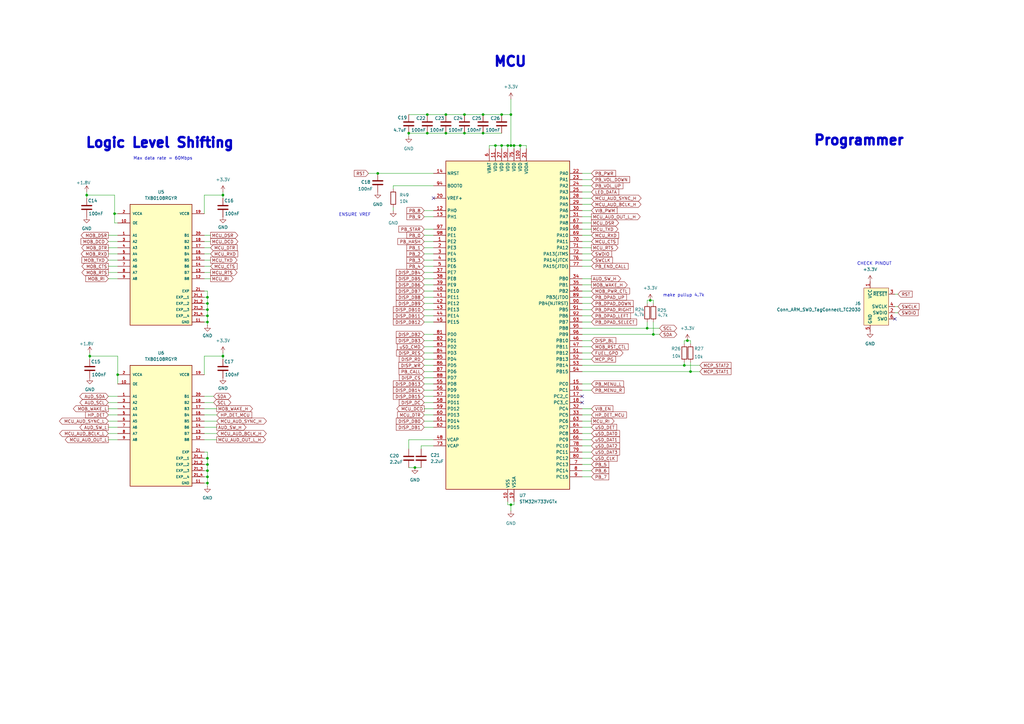
<source format=kicad_sch>
(kicad_sch (version 20250114) (generator "eeschema") (generator_version "9.0")
  (paper "A3")
  (title_block (title "Power System") (company "The University of Queensland"))
  (text "Max data rate = 60Mbps" (at 66.802 65.024 0) (effects (font (size 1.27 1.27))))
  (text "Programmer" (at 352.298 57.658 0) (effects (font (size 4 4) (thickness 1) (bold yes))))
  (text "MCU" (at 209.296 25.4 0) (effects (font (size 4 4) (thickness 1) (bold yes))))
  (text "CHECK PINOUT\n" (at 358.648 108.204 0) (effects (font (size 1.27 1.27))))
  (text "make pullup 4.7k\n" (at 280.416 121.158 0) (effects (font (size 1.27 1.27))))
  (text "Logic Level Shifting\n" (at 65.532 58.674 0) (effects (font (size 4 4) (thickness 1) (bold yes))))
  (text "ENSURE VREF\n" (at 145.542 88.138 0) (effects (font (size 1.27 1.27))))
  (junction (at 85.09 127))
  (junction (at 167.64 54.61))
  (junction (at 91.44 146.05))
  (junction (at 266.7 123.19))
  (junction (at 190.5 54.61))
  (junction (at 280.67 149.86))
  (junction (at 210.82 59.69))
  (junction (at 267.97 137.16))
  (junction (at 85.09 190.5))
  (junction (at 170.18 191.77))
  (junction (at 198.12 54.61))
  (junction (at 190.5 46.99))
  (junction (at 85.09 195.58))
  (junction (at 85.09 129.54))
  (junction (at 85.09 187.96))
  (junction (at 85.09 132.08))
  (junction (at 154.94 71.12))
  (junction (at 203.2 59.69))
  (junction (at 48.26 153.67))
  (junction (at 182.88 46.99))
  (junction (at 46.99 87.63))
  (junction (at 85.09 124.46))
  (junction (at 182.88 54.61))
  (junction (at 85.09 193.04))
  (junction (at 35.56 80.01))
  (junction (at 209.55 207.01))
  (junction (at 175.26 46.99))
  (junction (at 283.21 152.4))
  (junction (at 175.26 54.61))
  (junction (at 198.12 46.99))
  (junction (at 205.74 46.99))
  (junction (at 265.43 134.62))
  (junction (at 91.44 80.01))
  (junction (at 208.28 59.69))
  (junction (at 205.74 59.69))
  (junction (at 209.55 59.69))
  (junction (at 85.09 121.92))
  (junction (at 36.83 146.05))
  (junction (at 85.09 198.12))
  (junction (at 209.55 46.99))
  (junction (at 281.94 139.7))
  (junction (at 213.36 59.69))
  (no_connect (at 177.8 81.28))
  (no_connect (at 238.76 162.56))
  (no_connect (at 238.76 165.1))
  (no_connect (at 367.03 130.81))
  (wire (pts (xy 238.76 137.16) (xy 267.97 137.16)))
  (wire (pts (xy 83.82 185.42) (xy 85.09 185.42)))
  (wire (pts (xy 173.99 152.4) (xy 177.8 152.4)))
  (wire (pts (xy 173.99 139.7) (xy 177.8 139.7)))
  (wire (pts (xy 208.28 207.01) (xy 208.28 205.74)))
  (wire (pts (xy 83.82 121.92) (xy 85.09 121.92)))
  (wire (pts (xy 210.82 59.69) (xy 209.55 59.69)))
  (wire (pts (xy 44.45 106.68) (xy 48.26 106.68)))
  (wire (pts (xy 83.82 175.26) (xy 88.9 175.26)))
  (wire (pts (xy 213.36 59.69) (xy 210.82 59.69)))
  (wire (pts (xy 173.99 104.14) (xy 177.8 104.14)))
  (wire (pts (xy 173.99 106.68) (xy 177.8 106.68)))
  (wire (pts (xy 242.57 175.26) (xy 238.76 175.26)))
  (wire (pts (xy 44.45 162.56) (xy 48.26 162.56)))
  (wire (pts (xy 83.82 187.96) (xy 85.09 187.96)))
  (wire (pts (xy 83.82 101.6) (xy 86.36 101.6)))
  (wire (pts (xy 173.99 88.9) (xy 177.8 88.9)))
  (wire (pts (xy 238.76 152.4) (xy 283.21 152.4)))
  (wire (pts (xy 242.57 132.08) (xy 238.76 132.08)))
  (wire (pts (xy 83.82 177.8) (xy 88.9 177.8)))
  (wire (pts (xy 85.09 198.12) (xy 83.82 198.12)))
  (wire (pts (xy 242.57 185.42) (xy 238.76 185.42)))
  (wire (pts (xy 173.99 149.86) (xy 177.8 149.86)))
  (wire (pts (xy 238.76 99.06) (xy 242.57 99.06)))
  (wire (pts (xy 242.57 160.02) (xy 238.76 160.02)))
  (wire (pts (xy 173.99 119.38) (xy 177.8 119.38)))
  (wire (pts (xy 238.76 106.68) (xy 242.57 106.68)))
  (wire (pts (xy 267.97 124.46) (xy 267.97 123.19)))
  (wire (pts (xy 44.45 170.18) (xy 48.26 170.18)))
  (wire (pts (xy 242.57 167.64) (xy 238.76 167.64)))
  (wire (pts (xy 242.57 182.88) (xy 238.76 182.88)))
  (wire (pts (xy 173.99 101.6) (xy 177.8 101.6)))
  (wire (pts (xy 242.57 86.36) (xy 238.76 86.36)))
  (wire (pts (xy 44.45 111.76) (xy 48.26 111.76)))
  (wire (pts (xy 83.82 111.76) (xy 86.36 111.76)))
  (wire (pts (xy 83.82 104.14) (xy 86.36 104.14)))
  (wire (pts (xy 265.43 132.08) (xy 265.43 134.62)))
  (wire (pts (xy 83.82 80.01) (xy 91.44 80.01)))
  (wire (pts (xy 173.99 114.3) (xy 177.8 114.3)))
  (wire (pts (xy 238.76 96.52) (xy 242.57 96.52)))
  (wire (pts (xy 213.36 60.96) (xy 213.36 59.69)))
  (wire (pts (xy 242.57 91.44) (xy 238.76 91.44)))
  (wire (pts (xy 242.57 78.74) (xy 238.76 78.74)))
  (wire (pts (xy 173.99 99.06) (xy 177.8 99.06)))
  (wire (pts (xy 173.99 172.72) (xy 177.8 172.72)))
  (wire (pts (xy 173.99 175.26) (xy 177.8 175.26)))
  (wire (pts (xy 198.12 46.99) (xy 205.74 46.99)))
  (wire (pts (xy 190.5 54.61) (xy 198.12 54.61)))
  (wire (pts (xy 190.5 46.99) (xy 198.12 46.99)))
  (wire (pts (xy 215.9 59.69) (xy 213.36 59.69)))
  (wire (pts (xy 242.57 190.5) (xy 238.76 190.5)))
  (wire (pts (xy 173.99 109.22) (xy 177.8 109.22)))
  (wire (pts (xy 200.66 60.96) (xy 200.66 59.69)))
  (wire (pts (xy 173.99 142.24) (xy 177.8 142.24)))
  (wire (pts (xy 85.09 195.58) (xy 85.09 198.12)))
  (wire (pts (xy 83.82 195.58) (xy 85.09 195.58)))
  (wire (pts (xy 83.82 165.1) (xy 87.63 165.1)))
  (wire (pts (xy 83.82 99.06) (xy 86.36 99.06)))
  (wire (pts (xy 35.56 78.74) (xy 35.56 80.01)))
  (wire (pts (xy 44.45 180.34) (xy 48.26 180.34)))
  (wire (pts (xy 83.82 80.01) (xy 83.82 87.63)))
  (wire (pts (xy 44.45 172.72) (xy 48.26 172.72)))
  (wire (pts (xy 209.55 207.01) (xy 210.82 207.01)))
  (wire (pts (xy 85.09 133.35) (xy 85.09 132.08)))
  (wire (pts (xy 173.99 165.1) (xy 177.8 165.1)))
  (wire (pts (xy 154.94 71.12) (xy 177.8 71.12)))
  (wire (pts (xy 238.76 101.6) (xy 242.57 101.6)))
  (wire (pts (xy 161.29 76.2) (xy 177.8 76.2)))
  (wire (pts (xy 242.57 76.2) (xy 238.76 76.2)))
  (wire (pts (xy 173.99 167.64) (xy 177.8 167.64)))
  (wire (pts (xy 83.82 132.08) (xy 85.09 132.08)))
  (wire (pts (xy 242.57 73.66) (xy 238.76 73.66)))
  (wire (pts (xy 44.45 96.52) (xy 48.26 96.52)))
  (wire (pts (xy 242.57 83.82) (xy 238.76 83.82)))
  (wire (pts (xy 83.82 127) (xy 85.09 127)))
  (wire (pts (xy 167.64 46.99) (xy 175.26 46.99)))
  (wire (pts (xy 85.09 187.96) (xy 85.09 190.5)))
  (wire (pts (xy 203.2 60.96) (xy 203.2 59.69)))
  (wire (pts (xy 209.55 207.01) (xy 209.55 209.55)))
  (wire (pts (xy 173.99 116.84) (xy 177.8 116.84)))
  (wire (pts (xy 44.45 114.3) (xy 48.26 114.3)))
  (wire (pts (xy 83.82 162.56) (xy 87.63 162.56)))
  (wire (pts (xy 242.57 139.7) (xy 238.76 139.7)))
  (wire (pts (xy 44.45 165.1) (xy 48.26 165.1)))
  (wire (pts (xy 173.99 121.92) (xy 177.8 121.92)))
  (wire (pts (xy 83.82 167.64) (xy 88.9 167.64)))
  (wire (pts (xy 44.45 175.26) (xy 48.26 175.26)))
  (wire (pts (xy 265.43 123.19) (xy 266.7 123.19)))
  (wire (pts (xy 208.28 60.96) (xy 208.28 59.69)))
  (wire (pts (xy 200.66 59.69) (xy 203.2 59.69)))
  (wire (pts (xy 238.76 134.62) (xy 265.43 134.62)))
  (wire (pts (xy 173.99 96.52) (xy 177.8 96.52)))
  (wire (pts (xy 242.57 114.3) (xy 238.76 114.3)))
  (wire (pts (xy 238.76 93.98) (xy 242.57 93.98)))
  (wire (pts (xy 167.64 54.61) (xy 175.26 54.61)))
  (wire (pts (xy 280.67 148.59) (xy 280.67 149.86)))
  (wire (pts (xy 36.83 144.78) (xy 36.83 146.05)))
  (wire (pts (xy 85.09 121.92) (xy 85.09 119.38)))
  (wire (pts (xy 209.55 40.64) (xy 209.55 46.99)))
  (wire (pts (xy 36.83 146.05) (xy 48.26 146.05)))
  (wire (pts (xy 242.57 193.04) (xy 238.76 193.04)))
  (wire (pts (xy 173.99 93.98) (xy 177.8 93.98)))
  (wire (pts (xy 182.88 54.61) (xy 190.5 54.61)))
  (wire (pts (xy 242.57 81.28) (xy 238.76 81.28)))
  (wire (pts (xy 198.12 54.61) (xy 205.74 54.61)))
  (wire (pts (xy 173.99 160.02) (xy 177.8 160.02)))
  (wire (pts (xy 242.57 177.8) (xy 238.76 177.8)))
  (wire (pts (xy 205.74 59.69) (xy 205.74 60.96)))
  (wire (pts (xy 85.09 119.38) (xy 83.82 119.38)))
  (wire (pts (xy 242.57 116.84) (xy 238.76 116.84)))
  (wire (pts (xy 173.99 162.56) (xy 177.8 162.56)))
  (wire (pts (xy 368.3 120.65) (xy 367.03 120.65)))
  (wire (pts (xy 172.72 184.15) (xy 172.72 182.88)))
  (wire (pts (xy 209.55 46.99) (xy 209.55 59.69)))
  (wire (pts (xy 83.82 96.52) (xy 86.36 96.52)))
  (wire (pts (xy 283.21 152.4) (xy 287.02 152.4)))
  (wire (pts (xy 173.99 132.08) (xy 177.8 132.08)))
  (wire (pts (xy 173.99 144.78) (xy 177.8 144.78)))
  (wire (pts (xy 173.99 111.76) (xy 177.8 111.76)))
  (wire (pts (xy 182.88 46.99) (xy 190.5 46.99)))
  (wire (pts (xy 280.67 139.7) (xy 281.94 139.7)))
  (wire (pts (xy 242.57 180.34) (xy 238.76 180.34)))
  (wire (pts (xy 85.09 190.5) (xy 85.09 193.04)))
  (wire (pts (xy 44.45 99.06) (xy 48.26 99.06)))
  (wire (pts (xy 172.72 182.88) (xy 177.8 182.88)))
  (wire (pts (xy 242.57 109.22) (xy 238.76 109.22)))
  (wire (pts (xy 242.57 121.92) (xy 238.76 121.92)))
  (wire (pts (xy 208.28 59.69) (xy 205.74 59.69)))
  (wire (pts (xy 83.82 106.68) (xy 86.36 106.68)))
  (wire (pts (xy 238.76 149.86) (xy 280.67 149.86)))
  (wire (pts (xy 48.26 146.05) (xy 48.26 153.67)))
  (wire (pts (xy 173.99 127) (xy 177.8 127)))
  (wire (pts (xy 35.56 80.01) (xy 35.56 81.28)))
  (wire (pts (xy 44.45 101.6) (xy 48.26 101.6)))
  (wire (pts (xy 83.82 180.34) (xy 88.9 180.34)))
  (wire (pts (xy 242.57 172.72) (xy 238.76 172.72)))
  (wire (pts (xy 267.97 132.08) (xy 267.97 137.16)))
  (wire (pts (xy 203.2 59.69) (xy 205.74 59.69)))
  (wire (pts (xy 83.82 170.18) (xy 88.9 170.18)))
  (wire (pts (xy 83.82 172.72) (xy 88.9 172.72)))
  (wire (pts (xy 83.82 190.5) (xy 85.09 190.5)))
  (wire (pts (xy 267.97 123.19) (xy 266.7 123.19)))
  (wire (pts (xy 36.83 146.05) (xy 36.83 147.32)))
  (wire (pts (xy 215.9 60.96) (xy 215.9 59.69)))
  (wire (pts (xy 46.99 87.63) (xy 46.99 91.44)))
  (wire (pts (xy 151.13 71.12) (xy 154.94 71.12)))
  (wire (pts (xy 91.44 144.78) (xy 91.44 146.05)))
  (wire (pts (xy 167.64 55.88) (xy 167.64 54.61)))
  (wire (pts (xy 177.8 180.34) (xy 167.64 180.34)))
  (wire (pts (xy 210.82 207.01) (xy 210.82 205.74)))
  (wire (pts (xy 242.57 142.24) (xy 238.76 142.24)))
  (wire (pts (xy 44.45 167.64) (xy 48.26 167.64)))
  (wire (pts (xy 91.44 80.01) (xy 91.44 81.28)))
  (wire (pts (xy 83.82 124.46) (xy 85.09 124.46)))
  (wire (pts (xy 85.09 129.54) (xy 85.09 127)))
  (wire (pts (xy 44.45 104.14) (xy 48.26 104.14)))
  (wire (pts (xy 85.09 199.39) (xy 85.09 198.12)))
  (wire (pts (xy 208.28 207.01) (xy 209.55 207.01)))
  (wire (pts (xy 367.03 128.27) (xy 368.3 128.27)))
  (wire (pts (xy 161.29 86.36) (xy 161.29 85.09)))
  (wire (pts (xy 83.82 146.05) (xy 83.82 153.67)))
  (wire (pts (xy 85.09 127) (xy 85.09 124.46)))
  (wire (pts (xy 48.26 91.44) (xy 46.99 91.44)))
  (wire (pts (xy 173.99 147.32) (xy 177.8 147.32)))
  (wire (pts (xy 210.82 60.96) (xy 210.82 59.69)))
  (wire (pts (xy 242.57 187.96) (xy 238.76 187.96)))
  (wire (pts (xy 83.82 193.04) (xy 85.09 193.04)))
  (wire (pts (xy 283.21 148.59) (xy 283.21 152.4)))
  (wire (pts (xy 283.21 139.7) (xy 281.94 139.7)))
  (wire (pts (xy 242.57 170.18) (xy 238.76 170.18)))
  (wire (pts (xy 170.18 191.77) (xy 167.64 191.77)))
  (wire (pts (xy 48.26 153.67) (xy 48.26 157.48)))
  (wire (pts (xy 242.57 129.54) (xy 238.76 129.54)))
  (wire (pts (xy 242.57 71.12) (xy 238.76 71.12)))
  (wire (pts (xy 205.74 46.99) (xy 209.55 46.99)))
  (wire (pts (xy 91.44 146.05) (xy 91.44 147.32)))
  (wire (pts (xy 283.21 140.97) (xy 283.21 139.7)))
  (wire (pts (xy 242.57 124.46) (xy 238.76 124.46)))
  (wire (pts (xy 83.82 114.3) (xy 86.36 114.3)))
  (wire (pts (xy 367.03 125.73) (xy 368.3 125.73)))
  (wire (pts (xy 238.76 104.14) (xy 242.57 104.14)))
  (wire (pts (xy 83.82 109.22) (xy 86.36 109.22)))
  (wire (pts (xy 173.99 154.94) (xy 177.8 154.94)))
  (wire (pts (xy 280.67 140.97) (xy 280.67 139.7)))
  (wire (pts (xy 265.43 124.46) (xy 265.43 123.19)))
  (wire (pts (xy 83.82 146.05) (xy 91.44 146.05)))
  (wire (pts (xy 242.57 119.38) (xy 238.76 119.38)))
  (wire (pts (xy 85.09 124.46) (xy 85.09 121.92)))
  (wire (pts (xy 265.43 134.62) (xy 270.51 134.62)))
  (wire (pts (xy 44.45 177.8) (xy 48.26 177.8)))
  (wire (pts (xy 44.45 109.22) (xy 48.26 109.22)))
  (wire (pts (xy 175.26 54.61) (xy 182.88 54.61)))
  (wire (pts (xy 173.99 129.54) (xy 177.8 129.54)))
  (wire (pts (xy 35.56 80.01) (xy 46.99 80.01)))
  (wire (pts (xy 242.57 144.78) (xy 238.76 144.78)))
  (wire (pts (xy 209.55 59.69) (xy 208.28 59.69)))
  (wire (pts (xy 242.57 127) (xy 238.76 127)))
  (wire (pts (xy 167.64 180.34) (xy 167.64 184.15)))
  (wire (pts (xy 170.18 191.77) (xy 172.72 191.77)))
  (wire (pts (xy 267.97 137.16) (xy 270.51 137.16)))
  (wire (pts (xy 46.99 87.63) (xy 48.26 87.63)))
  (wire (pts (xy 173.99 124.46) (xy 177.8 124.46)))
  (wire (pts (xy 85.09 185.42) (xy 85.09 187.96)))
  (wire (pts (xy 173.99 137.16) (xy 177.8 137.16)))
  (wire (pts (xy 173.99 157.48) (xy 177.8 157.48)))
  (wire (pts (xy 242.57 195.58) (xy 238.76 195.58)))
  (wire (pts (xy 242.57 88.9) (xy 238.76 88.9)))
  (wire (pts (xy 85.09 193.04) (xy 85.09 195.58)))
  (wire (pts (xy 287.02 149.86) (xy 280.67 149.86)))
  (wire (pts (xy 85.09 132.08) (xy 85.09 129.54)))
  (wire (pts (xy 91.44 78.74) (xy 91.44 80.01)))
  (wire (pts (xy 175.26 46.99) (xy 182.88 46.99)))
  (wire (pts (xy 161.29 77.47) (xy 161.29 76.2)))
  (wire (pts (xy 46.99 80.01) (xy 46.99 87.63)))
  (wire (pts (xy 242.57 157.48) (xy 238.76 157.48)))
  (wire (pts (xy 242.57 147.32) (xy 238.76 147.32)))
  (wire (pts (xy 173.99 170.18) (xy 177.8 170.18)))
  (wire (pts (xy 83.82 129.54) (xy 85.09 129.54)))
  (wire (pts (xy 173.99 86.36) (xy 177.8 86.36)))
  (global_label "RST" (shape input) (at 368.3 120.65 0) (property "Intersheetrefs" "${INTERSHEET_REFS}" (effects (hide yes))))
  (global_label "PB_8" (shape input) (at 173.99 86.36 180) (property "Intersheetrefs" "${INTERSHEET_REFS}" (effects (hide yes))))
  (global_label "PB_DPAD_SELECT" (shape input) (at 242.57 132.08 0) (property "Intersheetrefs" "${INTERSHEET_REFS}" (effects (hide yes))))
  (global_label "PB_VOL_DOWN" (shape input) (at 242.57 73.66 0) (property "Intersheetrefs" "${INTERSHEET_REFS}" (effects (hide yes))))
  (global_label "DISP_RD" (shape input) (at 173.99 147.32 180) (property "Intersheetrefs" "${INTERSHEET_REFS}" (effects (hide yes))))
  (global_label "uSD_CMD" (shape input) (at 173.99 142.24 180) (property "Intersheetrefs" "${INTERSHEET_REFS}" (effects (hide yes))))
  (global_label "DISP_DB4" (shape input) (at 173.99 111.76 180) (property "Intersheetrefs" "${INTERSHEET_REFS}" (effects (hide yes))))
  (global_label "DISP_DB13" (shape input) (at 173.99 157.48 180) (property "Intersheetrefs" "${INTERSHEET_REFS}" (effects (hide yes))))
  (global_label "HP_DET_MCU" (shape input) (at 88.9 170.18 0) (property "Intersheetrefs" "${INTERSHEET_REFS}" (effects (hide yes))))
  (global_label "SWDIO" (shape input) (at 368.3 128.27 0) (property "Intersheetrefs" "${INTERSHEET_REFS}" (effects (hide yes))))
  (global_label "DISP_DB9" (shape input) (at 173.99 124.46 180) (property "Intersheetrefs" "${INTERSHEET_REFS}" (effects (hide yes))))
  (global_label "MCU_CTS" (shape input) (at 86.36 109.22 0) (property "Intersheetrefs" "${INTERSHEET_REFS}" (effects (hide yes))))
  (global_label "MOB_RI" (shape input) (at 44.45 114.3 180) (property "Intersheetrefs" "${INTERSHEET_REFS}" (effects (hide yes))))
  (global_label "HP_DET" (shape input) (at 44.45 170.18 180) (property "Intersheetrefs" "${INTERSHEET_REFS}" (effects (hide yes))))
  (global_label "PB_VOL_UP" (shape input) (at 242.57 76.2 0) (property "Intersheetrefs" "${INTERSHEET_REFS}" (effects (hide yes))))
  (global_label "MCP_STAT2" (shape input) (at 287.02 149.86 0) (property "Intersheetrefs" "${INTERSHEET_REFS}" (effects (hide yes))))
  (global_label "PB_PWR" (shape input) (at 242.57 71.12 0) (property "Intersheetrefs" "${INTERSHEET_REFS}" (effects (hide yes))))
  (global_label "MCU_RI" (shape output) (at 242.57 172.72 0) (property "Intersheetrefs" "${INTERSHEET_REFS}" (effects (hide yes))))
  (global_label "SWDIO" (shape input) (at 242.57 104.14 0) (property "Intersheetrefs" "${INTERSHEET_REFS}" (effects (hide yes))))
  (global_label "MOB_TXD" (shape input) (at 44.45 106.68 180) (property "Intersheetrefs" "${INTERSHEET_REFS}" (effects (hide yes))))
  (global_label "PB_5" (shape input) (at 242.57 190.5 0) (property "Intersheetrefs" "${INTERSHEET_REFS}" (effects (hide yes))))
  (global_label "MCU_AUD_OUT_L_H" (shape output) (at 88.9 180.34 0) (property "Intersheetrefs" "${INTERSHEET_REFS}" (effects (hide yes))))
  (global_label "LED_DATA" (shape input) (at 242.57 78.74 0) (property "Intersheetrefs" "${INTERSHEET_REFS}" (effects (hide yes))))
  (global_label "MOB_RST_CTL" (shape input) (at 242.57 142.24 0) (property "Intersheetrefs" "${INTERSHEET_REFS}" (effects (hide yes))))
  (global_label "DISP_BL" (shape input) (at 242.57 139.7 0) (property "Intersheetrefs" "${INTERSHEET_REFS}" (effects (hide yes))))
  (global_label "PB_DPAD_RIGHT" (shape input) (at 242.57 127 0) (property "Intersheetrefs" "${INTERSHEET_REFS}" (effects (hide yes))))
  (global_label "DISP_DB15" (shape input) (at 173.99 162.56 180) (property "Intersheetrefs" "${INTERSHEET_REFS}" (effects (hide yes))))
  (global_label "SCL" (shape bidirectional) (at 87.63 165.1 0) (property "Intersheetrefs" "${INTERSHEET_REFS}" (effects (hide yes))))
  (global_label "MOB_RTS" (shape output) (at 44.45 111.76 180) (property "Intersheetrefs" "${INTERSHEET_REFS}" (effects (hide yes))))
  (global_label "MCU_AUD_SYNC_H" (shape bidirectional) (at 88.9 172.72 0) (property "Intersheetrefs" "${INTERSHEET_REFS}" (effects (hide yes))))
  (global_label "DISP_DB6" (shape input) (at 173.99 116.84 180) (property "Intersheetrefs" "${INTERSHEET_REFS}" (effects (hide yes))))
  (global_label "PB_DPAD_DOWN" (shape input) (at 242.57 124.46 0) (property "Intersheetrefs" "${INTERSHEET_REFS}" (effects (hide yes))))
  (global_label "MCU_AUD_BCLK_H" (shape bidirectional) (at 88.9 177.8 0) (property "Intersheetrefs" "${INTERSHEET_REFS}" (effects (hide yes))))
  (global_label "RST" (shape input) (at 151.13 71.12 180) (property "Intersheetrefs" "${INTERSHEET_REFS}" (effects (hide yes))))
  (global_label "PB_1" (shape input) (at 173.99 101.6 180) (property "Intersheetrefs" "${INTERSHEET_REFS}" (effects (hide yes))))
  (global_label "MCU_RI" (shape output) (at 86.36 114.3 0) (property "Intersheetrefs" "${INTERSHEET_REFS}" (effects (hide yes))))
  (global_label "PB_3" (shape input) (at 173.99 106.68 180) (property "Intersheetrefs" "${INTERSHEET_REFS}" (effects (hide yes))))
  (global_label "uSD_DAT3" (shape input) (at 242.57 185.42 0) (property "Intersheetrefs" "${INTERSHEET_REFS}" (effects (hide yes))))
  (global_label "DISP_DB3" (shape input) (at 173.99 139.7 180) (property "Intersheetrefs" "${INTERSHEET_REFS}" (effects (hide yes))))
  (global_label "MOB_DTR" (shape output) (at 44.45 101.6 180) (property "Intersheetrefs" "${INTERSHEET_REFS}" (effects (hide yes))))
  (global_label "PB_DPAD_UP" (shape input) (at 242.57 121.92 0) (property "Intersheetrefs" "${INTERSHEET_REFS}" (effects (hide yes))))
  (global_label "DISP_DC" (shape input) (at 173.99 165.1 180) (property "Intersheetrefs" "${INTERSHEET_REFS}" (effects (hide yes))))
  (global_label "MCU_DSR" (shape output) (at 242.57 91.44 0) (property "Intersheetrefs" "${INTERSHEET_REFS}" (effects (hide yes))))
  (global_label "PB_END_CALL" (shape input) (at 242.57 109.22 0) (property "Intersheetrefs" "${INTERSHEET_REFS}" (effects (hide yes))))
  (global_label "AUD_SW_L" (shape output) (at 44.45 175.26 180) (property "Intersheetrefs" "${INTERSHEET_REFS}" (effects (hide yes))))
  (global_label "MCU_CTS" (shape input) (at 242.57 99.06 0) (property "Intersheetrefs" "${INTERSHEET_REFS}" (effects (hide yes))))
  (global_label "MOB_DCD" (shape input) (at 44.45 99.06 180) (property "Intersheetrefs" "${INTERSHEET_REFS}" (effects (hide yes))))
  (global_label "MCU_RTS" (shape output) (at 86.36 111.76 0) (property "Intersheetrefs" "${INTERSHEET_REFS}" (effects (hide yes))))
  (global_label "MCU_DTR" (shape input) (at 173.99 170.18 180) (property "Intersheetrefs" "${INTERSHEET_REFS}" (effects (hide yes))))
  (global_label "DISP_DB2" (shape input) (at 173.99 137.16 180) (property "Intersheetrefs" "${INTERSHEET_REFS}" (effects (hide yes))))
  (global_label "SWCLK" (shape input) (at 368.3 125.73 0) (property "Intersheetrefs" "${INTERSHEET_REFS}" (effects (hide yes))))
  (global_label "MCU_RXD" (shape input) (at 86.36 104.14 0) (property "Intersheetrefs" "${INTERSHEET_REFS}" (effects (hide yes))))
  (global_label "MOB_RXD" (shape output) (at 44.45 104.14 180) (property "Intersheetrefs" "${INTERSHEET_REFS}" (effects (hide yes))))
  (global_label "PB_2" (shape input) (at 173.99 104.14 180) (property "Intersheetrefs" "${INTERSHEET_REFS}" (effects (hide yes))))
  (global_label "MCU_RXD" (shape input) (at 242.57 96.52 0) (property "Intersheetrefs" "${INTERSHEET_REFS}" (effects (hide yes))))
  (global_label "MCU_DCD" (shape output) (at 173.99 167.64 180) (property "Intersheetrefs" "${INTERSHEET_REFS}" (effects (hide yes))))
  (global_label "PB_4" (shape input) (at 173.99 109.22 180) (property "Intersheetrefs" "${INTERSHEET_REFS}" (effects (hide yes))))
  (global_label "uSD_CLK" (shape input) (at 242.57 187.96 0) (property "Intersheetrefs" "${INTERSHEET_REFS}" (effects (hide yes))))
  (global_label "SCL" (shape bidirectional) (at 270.51 134.62 0) (property "Intersheetrefs" "${INTERSHEET_REFS}" (effects (hide yes))))
  (global_label "uSD_DET" (shape input) (at 242.57 175.26 0) (property "Intersheetrefs" "${INTERSHEET_REFS}" (effects (hide yes))))
  (global_label "PB_MENU_R" (shape input) (at 242.57 160.02 0) (property "Intersheetrefs" "${INTERSHEET_REFS}" (effects (hide yes))))
  (global_label "MCU_DCD" (shape output) (at 86.36 99.06 0) (property "Intersheetrefs" "${INTERSHEET_REFS}" (effects (hide yes))))
  (global_label "MOB_WAKE_L" (shape output) (at 44.45 167.64 180) (property "Intersheetrefs" "${INTERSHEET_REFS}" (effects (hide yes))))
  (global_label "SDA" (shape bidirectional) (at 87.63 162.56 0) (property "Intersheetrefs" "${INTERSHEET_REFS}" (effects (hide yes))))
  (global_label "FUEL_GPO" (shape bidirectional) (at 242.57 144.78 0) (property "Intersheetrefs" "${INTERSHEET_REFS}" (effects (hide yes))))
  (global_label "MCU_DSR" (shape output) (at 86.36 96.52 0) (property "Intersheetrefs" "${INTERSHEET_REFS}" (effects (hide yes))))
  (global_label "HP_DET_MCU" (shape input) (at 242.57 170.18 0) (property "Intersheetrefs" "${INTERSHEET_REFS}" (effects (hide yes))))
  (global_label "DISP_DB5" (shape input) (at 173.99 114.3 180) (property "Intersheetrefs" "${INTERSHEET_REFS}" (effects (hide yes))))
  (global_label "SWCLK" (shape input) (at 242.57 106.68 0) (property "Intersheetrefs" "${INTERSHEET_REFS}" (effects (hide yes))))
  (global_label "DISP_DB0" (shape input) (at 173.99 172.72 180) (property "Intersheetrefs" "${INTERSHEET_REFS}" (effects (hide yes))))
  (global_label "DISP_RES" (shape input) (at 173.99 144.78 180) (property "Intersheetrefs" "${INTERSHEET_REFS}" (effects (hide yes))))
  (global_label "uSD_DAT1" (shape input) (at 242.57 180.34 0) (property "Intersheetrefs" "${INTERSHEET_REFS}" (effects (hide yes))))
  (global_label "PB_9" (shape input) (at 173.99 88.9 180) (property "Intersheetrefs" "${INTERSHEET_REFS}" (effects (hide yes))))
  (global_label "MOB_CTS" (shape output) (at 44.45 109.22 180) (property "Intersheetrefs" "${INTERSHEET_REFS}" (effects (hide yes))))
  (global_label "MCU_AUD_SYNC_L" (shape bidirectional) (at 44.45 172.72 180) (property "Intersheetrefs" "${INTERSHEET_REFS}" (effects (hide yes))))
  (global_label "PB_CALL" (shape input) (at 173.99 152.4 180) (property "Intersheetrefs" "${INTERSHEET_REFS}" (effects (hide yes))))
  (global_label "DISP_DB10" (shape input) (at 173.99 127 180) (property "Intersheetrefs" "${INTERSHEET_REFS}" (effects (hide yes))))
  (global_label "PB_0" (shape input) (at 173.99 96.52 180) (property "Intersheetrefs" "${INTERSHEET_REFS}" (effects (hide yes))))
  (global_label "SDA" (shape bidirectional) (at 270.51 137.16 0) (property "Intersheetrefs" "${INTERSHEET_REFS}" (effects (hide yes))))
  (global_label "MCU_RTS" (shape output) (at 242.57 101.6 0) (property "Intersheetrefs" "${INTERSHEET_REFS}" (effects (hide yes))))
  (global_label "VIB_EN" (shape input) (at 242.57 167.64 0) (property "Intersheetrefs" "${INTERSHEET_REFS}" (effects (hide yes))))
  (global_label "AUD_SW_H" (shape output) (at 242.57 114.3 0) (property "Intersheetrefs" "${INTERSHEET_REFS}" (effects (hide yes))))
  (global_label "DISP_CS" (shape input) (at 173.99 154.94 180) (property "Intersheetrefs" "${INTERSHEET_REFS}" (effects (hide yes))))
  (global_label "MCU_AUD_BCLK_H" (shape bidirectional) (at 242.57 83.82 0) (property "Intersheetrefs" "${INTERSHEET_REFS}" (effects (hide yes))))
  (global_label "DISP_DB1" (shape input) (at 173.99 175.26 180) (property "Intersheetrefs" "${INTERSHEET_REFS}" (effects (hide yes))))
  (global_label "PB_STAR" (shape input) (at 173.99 93.98 180) (property "Intersheetrefs" "${INTERSHEET_REFS}" (effects (hide yes))))
  (global_label "DISP_DB12" (shape input) (at 173.99 132.08 180) (property "Intersheetrefs" "${INTERSHEET_REFS}" (effects (hide yes))))
  (global_label "DISP_DB7" (shape input) (at 173.99 119.38 180) (property "Intersheetrefs" "${INTERSHEET_REFS}" (effects (hide yes))))
  (global_label "uSD_DAT0" (shape input) (at 242.57 177.8 0) (property "Intersheetrefs" "${INTERSHEET_REFS}" (effects (hide yes))))
  (global_label "uSD_DAT2" (shape input) (at 242.57 182.88 0) (property "Intersheetrefs" "${INTERSHEET_REFS}" (effects (hide yes))))
  (global_label "MCP_STAT1" (shape input) (at 287.02 152.4 0) (property "Intersheetrefs" "${INTERSHEET_REFS}" (effects (hide yes))))
  (global_label "MOB_WAKE_H" (shape output) (at 88.9 167.64 0) (property "Intersheetrefs" "${INTERSHEET_REFS}" (effects (hide yes))))
  (global_label "MCU_TXD" (shape output) (at 86.36 106.68 0) (property "Intersheetrefs" "${INTERSHEET_REFS}" (effects (hide yes))))
  (global_label "MCU_AUD_OUT_L" (shape output) (at 44.45 180.34 180) (property "Intersheetrefs" "${INTERSHEET_REFS}" (effects (hide yes))))
  (global_label "DISP_DB14" (shape input) (at 173.99 160.02 180) (property "Intersheetrefs" "${INTERSHEET_REFS}" (effects (hide yes))))
  (global_label "PB_MENU_L" (shape input) (at 242.57 157.48 0) (property "Intersheetrefs" "${INTERSHEET_REFS}" (effects (hide yes))))
  (global_label "VIB_PWM" (shape input) (at 242.57 86.36 0) (property "Intersheetrefs" "${INTERSHEET_REFS}" (effects (hide yes))))
  (global_label "MCU_AUD_OUT_L_H" (shape output) (at 242.57 88.9 0) (property "Intersheetrefs" "${INTERSHEET_REFS}" (effects (hide yes))))
  (global_label "MOB_PWR_CTL" (shape input) (at 242.57 119.38 0) (property "Intersheetrefs" "${INTERSHEET_REFS}" (effects (hide yes))))
  (global_label "DISP_DB11" (shape input) (at 173.99 129.54 180) (property "Intersheetrefs" "${INTERSHEET_REFS}" (effects (hide yes))))
  (global_label "MCU_DTR" (shape input) (at 86.36 101.6 0) (property "Intersheetrefs" "${INTERSHEET_REFS}" (effects (hide yes))))
  (global_label "PB_6" (shape input) (at 242.57 193.04 0) (property "Intersheetrefs" "${INTERSHEET_REFS}" (effects (hide yes))))
  (global_label "MCU_AUD_SYNC_H" (shape bidirectional) (at 242.57 81.28 0) (property "Intersheetrefs" "${INTERSHEET_REFS}" (effects (hide yes))))
  (global_label "DISP_WR" (shape input) (at 173.99 149.86 180) (property "Intersheetrefs" "${INTERSHEET_REFS}" (effects (hide yes))))
  (global_label "AUD_SW_H" (shape output) (at 88.9 175.26 0) (property "Intersheetrefs" "${INTERSHEET_REFS}" (effects (hide yes))))
  (global_label "PB_DPAD_LEFT" (shape input) (at 242.57 129.54 0) (property "Intersheetrefs" "${INTERSHEET_REFS}" (effects (hide yes))))
  (global_label "PB_HASH" (shape input) (at 173.99 99.06 180) (property "Intersheetrefs" "${INTERSHEET_REFS}" (effects (hide yes))))
  (global_label "AUD_SCL" (shape bidirectional) (at 44.45 165.1 180) (property "Intersheetrefs" "${INTERSHEET_REFS}" (effects (hide yes))))
  (global_label "DISP_DB8" (shape input) (at 173.99 121.92 180) (property "Intersheetrefs" "${INTERSHEET_REFS}" (effects (hide yes))))
  (global_label "MOB_DSR" (shape output) (at 44.45 96.52 180) (property "Intersheetrefs" "${INTERSHEET_REFS}" (effects (hide yes))))
  (global_label "MCU_TXD" (shape output) (at 242.57 93.98 0) (property "Intersheetrefs" "${INTERSHEET_REFS}" (effects (hide yes))))
  (global_label "AUD_SDA" (shape bidirectional) (at 44.45 162.56 180) (property "Intersheetrefs" "${INTERSHEET_REFS}" (effects (hide yes))))
  (global_label "MCU_AUD_BCLK_L" (shape bidirectional) (at 44.45 177.8 180) (property "Intersheetrefs" "${INTERSHEET_REFS}" (effects (hide yes))))
  (global_label "MCP_PG" (shape input) (at 242.57 147.32 0) (property "Intersheetrefs" "${INTERSHEET_REFS}" (effects (hide yes))))
  (global_label "PB_7" (shape input) (at 242.57 195.58 0) (property "Intersheetrefs" "${INTERSHEET_REFS}" (effects (hide yes))))
  (global_label "MOB_WAKE_H" (shape output) (at 242.57 116.84 0) (property "Intersheetrefs" "${INTERSHEET_REFS}" (effects (hide yes))))
  (symbol (lib_id "TXB0108RGYR:TXB0108RGYR") (at 66.04 106.68 0) (unit 1)
    (property "Reference" "U5" (at 66.04 78.74 0))
    (property "Value" "TXB0108RGYR" (at 66.04 81.28 0))
    (property "Footprint" "TXB0108RGYR:IC_TXB0108RGYR" (effects (hide yes)))
    (property "DigiKey_Part_Number" "296-21528-2-ND" (effects (hide yes)))
    (property "SnapEDA_Link" "https://www.snapeda.com/parts/TXB0108RGYR/Texas+Instruments/view-part/?ref=snap" (effects (hide yes)))
    (property "MAXIMUM_PACKAGE_HEIGHT" "1 mm" (effects (hide yes)))
    (property "Package" "VQFN-20 Texas Instruments" (effects (hide yes)))
    (property "Check_prices" "https://www.snapeda.com/parts/TXB0108RGYR/Texas+Instruments/view-part/?ref=eda" (effects (hide yes)))
    (property "STANDARD" "Manufacturer recommendations" (effects (hide yes)))
    (property "PARTREV" "H" (effects (hide yes)))
    (property "MF" "Texas Instruments" (effects (hide yes)))
    (property "MP" "TXB0108RGYR" (effects (hide yes)))
    (property "Description_1" "\n                        \n                            8-Bit Bidirectional Voltage-Level Shifter with Auto Direction Sensing and +/-15-kV ESD Protect\n                        \n" (effects (hide yes)))
    (property "MANUFACTURER" "Texas Instruments" (effects (hide yes)))
    (property "LCSC PN" "C194701" (effects (hide yes)))
  )
  (symbol (lib_id "power:GND") (at 35.56 88.9 0) (unit 1)
    (property "Reference" "#PWR048" (effects (hide yes)))
    (property "Value" "GND" (at 35.56 93.726 0))
    (property "Description" "Power symbol creates a global label with name \"GND\" , ground" (effects (hide yes)))
  )
  (symbol (lib_id "Capacitors:Capacitor_2.2uF") (at 172.72 187.96 0) (unit 1)
    (property "Reference" "C21" (at 176.53 186.6899 0) (effects (justify left)))
    (property "Value" "2.2uF" (at 176.53 189.2299 0) (effects (justify left)))
    (property "Footprint" "Capacitor_SMD:C_0402_1005Metric" (effects (hide yes)))
    (property "Description" "2.2 µF ±10% 6.3V Ceramic Capacitor X6S 0402 (1005 Metric)" (effects (hide yes)))
    (property "LCSC PN" "C107369" (effects (hide yes)))
  )
  (symbol (lib_id "power:+1V8") (at 35.56 78.74 0) (unit 1)
    (property "Reference" "#PWR047" (effects (hide yes)))
    (property "Value" "+1.8V" (at 31.242 74.93 0) (effects (justify left)))
    (property "Description" "Power symbol creates a global label with name \"+1V8\"" (effects (hide yes)))
  )
  (symbol (lib_id "power:GND") (at 167.64 55.88 0) (unit 1)
    (property "Reference" "#PWR059" (effects (hide yes)))
    (property "Value" "GND" (at 167.64 60.96 0))
    (property "Description" "Power symbol creates a global label with name \"GND\" , ground" (effects (hide yes)))
  )
  (symbol (lib_id "power:+3.3V") (at 209.55 40.64 0) (unit 1)
    (property "Reference" "#PWR061" (effects (hide yes)))
    (property "Value" "+3.3V" (at 209.55 35.56 0))
    (property "Description" "Power symbol creates a global label with name \"+3.3V\"" (effects (hide yes)))
  )
  (symbol (lib_id "Capacitors:capacitor_100nF") (at 154.94 74.93 180) (unit 1)
    (property "Reference" "C18" (at 148.082 74.676 0) (effects (justify right)))
    (property "Value" "100nF" (at 146.812 77.47 0) (effects (justify right)))
    (property "Footprint" "Capacitor_SMD:C_0402_1005Metric" (effects (hide yes)))
    (property "Description" "0.1 µF ±10% 10V Ceramic Capacitor X7R 0402 (1005 Metric)" (effects (hide yes)))
    (property "LCSC PN" "C307331" (effects (hide yes)))
  )
  (symbol (lib_id "Capacitors:capacitor_100nF") (at 190.5 50.8 180) (unit 1)
    (property "Reference" "C24" (at 185.928 48.514 0) (effects (justify right)))
    (property "Value" "100nF" (at 183.896 53.34 0) (effects (justify right)))
    (property "Footprint" "Capacitor_SMD:C_0402_1005Metric" (effects (hide yes)))
    (property "Description" "0.1 µF ±10% 10V Ceramic Capacitor X7R 0402 (1005 Metric)" (effects (hide yes)))
    (property "LCSC PN" "C307331" (effects (hide yes)))
  )
  (symbol (lib_id "Capacitors:Capacitor_4.7uF") (at 167.64 50.8 0) (unit 1)
    (property "Reference" "C19" (at 163.068 48.26 0) (effects (justify left)))
    (property "Value" "4.7uF" (at 161.29 53.34 0) (effects (justify left)))
    (property "Footprint" "Capacitor_SMD:C_0402_1005Metric" (effects (hide yes)))
    (property "Description" "4.7 µF ±10% 6.3V Ceramic Capacitor X5R 0402 (1005 Metric)" (effects (hide yes)))
    (property "LCSC PN" "C191541" (effects (hide yes)))
  )
  (symbol (lib_id "Resistors:Resistor_4k7") (at 267.97 128.27 0) (unit 1)
    (property "Reference" "R25" (at 269.494 127.254 0) (effects (justify left)))
    (property "Value" "4.7k" (at 269.748 129.286 0) (effects (justify left)))
    (property "Footprint" "Resistor_SMD:R_0402_1005Metric" (effects (hide yes)))
    (property "Description" "RES SMD 4.7K OHM 5% 1/10W 0402" (effects (hide yes)))
    (property "LCSC PN" "C606173" (effects (hide yes)))
  )
  (symbol (lib_id "Resistors:Resistor_10k") (at 280.67 144.78 0) (unit 1)
    (property "Reference" "R26" (at 275.336 143.002 0) (effects (justify left)))
    (property "Value" "10k" (at 275.59 146.05 0) (effects (justify left)))
    (property "Footprint" "Resistor_SMD:R_0402_1005Metric" (effects (hide yes)))
    (property "Description" "RES SMD 10K OHM 1% 1/10W 0402" (effects (hide yes)))
    (property "LCSC PN" "C851848" (effects (hide yes)))
  )
  (symbol (lib_id "power:GND") (at 85.09 199.39 0) (unit 1)
    (property "Reference" "#PWR052" (effects (hide yes)))
    (property "Value" "GND" (at 85.09 204.216 0))
    (property "Description" "Power symbol creates a global label with name \"GND\" , ground" (effects (hide yes)))
  )
  (symbol (lib_id "Resistors:Resistor_10k") (at 161.29 81.28 0) (unit 1)
    (property "Reference" "R49" (at 163.83 80.0099 0) (effects (justify left)))
    (property "Value" "10k" (at 163.83 82.5499 0) (effects (justify left)))
    (property "Footprint" "Resistor_SMD:R_0402_1005Metric" (effects (hide yes)))
    (property "Description" "RES SMD 10K OHM 1% 1/10W 0402" (effects (hide yes)))
    (property "LCSC PN" "C851848" (effects (hide yes)))
  )
  (symbol (lib_id "Capacitors:Capacitor_2.2uF") (at 167.64 187.96 0) (unit 1)
    (property "Reference" "C20" (at 159.766 186.944 0) (effects (justify left)))
    (property "Value" "2.2uF" (at 159.766 189.484 0) (effects (justify left)))
    (property "Footprint" "Capacitor_SMD:C_0402_1005Metric" (effects (hide yes)))
    (property "Description" "2.2 µF ±10% 6.3V Ceramic Capacitor X6S 0402 (1005 Metric)" (effects (hide yes)))
    (property "LCSC PN" "C107369" (effects (hide yes)))
  )
  (symbol (lib_id "Connector:Conn_ARM_SWD_TagConnect_TC2030") (at 359.41 125.73 0) (unit 1) (in_bom no)
    (property "Reference" "J6" (at 353.06 124.4599 0) (effects (justify right)))
    (property "Value" "Conn_ARM_SWD_TagConnect_TC2030" (at 353.06 126.9999 0) (effects (justify right)))
    (property "Footprint" "Connector:Tag-Connect_TC2030-IDC-FP_2x03_P1.27mm_Vertical" (effects (hide yes)))
    (property "Datasheet" "https://www.tag-connect.com/wp-content/uploads/bsk-pdf-manager/TC2030-CTX_1.pdf" (effects (hide yes)))
    (property "Description" "Tag-Connect ARM Cortex SWD JTAG connector, 6 pin" (effects (hide yes)))
  )
  (symbol (lib_id "power:GND") (at 154.94 78.74 0) (unit 1)
    (property "Reference" "#PWR057" (effects (hide yes)))
    (property "Value" "GND" (at 154.94 83.82 0))
    (property "Description" "Power symbol creates a global label with name \"GND\" , ground" (effects (hide yes)))
  )
  (symbol (lib_id "Capacitors:capacitor_100nF") (at 205.74 50.8 180) (unit 1)
    (property "Reference" "C26" (at 201.168 48.514 0) (effects (justify right)))
    (property "Value" "100nF" (at 199.136 53.34 0) (effects (justify right)))
    (property "Footprint" "Capacitor_SMD:C_0402_1005Metric" (effects (hide yes)))
    (property "Description" "0.1 µF ±10% 10V Ceramic Capacitor X7R 0402 (1005 Metric)" (effects (hide yes)))
    (property "LCSC PN" "C307331" (effects (hide yes)))
  )
  (symbol (lib_id "power:GND") (at 91.44 154.94 0) (unit 1)
    (property "Reference" "#PWR056" (effects (hide yes)))
    (property "Value" "GND" (at 91.44 159.258 0))
    (property "Description" "Power symbol creates a global label with name \"GND\" , ground" (effects (hide yes)))
  )
  (symbol (lib_id "Resistors:Resistor_10k") (at 283.21 144.78 0) (unit 1)
    (property "Reference" "R27" (at 284.734 143.002 0) (effects (justify left)))
    (property "Value" "10k" (at 284.734 146.304 0) (effects (justify left)))
    (property "Footprint" "Resistor_SMD:R_0402_1005Metric" (effects (hide yes)))
    (property "Description" "RES SMD 10K OHM 1% 1/10W 0402" (effects (hide yes)))
    (property "LCSC PN" "C851848" (effects (hide yes)))
  )
  (symbol (lib_id "power:+1V8") (at 36.83 144.78 0) (unit 1)
    (property "Reference" "#PWR049" (effects (hide yes)))
    (property "Value" "+1.8V" (at 32.512 140.97 0) (effects (justify left)))
    (property "Description" "Power symbol creates a global label with name \"+1V8\"" (effects (hide yes)))
  )
  (symbol (lib_id "power:+3.3V") (at 266.7 123.19 0) (unit 1)
    (property "Reference" "#PWR063" (effects (hide yes)))
    (property "Value" "+3.3V" (at 266.7 118.11 0))
    (property "Description" "Power symbol creates a global label with name \"+3.3V\"" (effects (hide yes)))
  )
  (symbol (lib_id "power:GND") (at 209.55 209.55 0) (unit 1)
    (property "Reference" "#PWR062" (effects (hide yes)))
    (property "Value" "GND" (at 209.55 214.63 0))
    (property "Description" "Power symbol creates a global label with name \"GND\" , ground" (effects (hide yes)))
  )
  (symbol (lib_id "Capacitors:capacitor_100nF") (at 35.56 85.09 0) (unit 1)
    (property "Reference" "C14" (at 36.068 82.296 0) (effects (justify left)))
    (property "Value" "100nF" (at 36.322 87.63 0) (effects (justify left)))
    (property "Footprint" "Capacitor_SMD:C_0402_1005Metric" (effects (hide yes)))
    (property "Description" "0.1 µF ±10% 10V Ceramic Capacitor X7R 0402 (1005 Metric)" (effects (hide yes)))
    (property "LCSC PN" "C307331" (effects (hide yes)))
  )
  (symbol (lib_id "power:+3.3V") (at 356.87 115.57 0) (unit 1)
    (property "Reference" "#PWR067" (effects (hide yes)))
    (property "Value" "+3.3V" (at 356.87 110.49 0))
    (property "Description" "Power symbol creates a global label with name \"+3.3V\"" (effects (hide yes)))
  )
  (symbol (lib_id "MCU_ST_STM32H7:STM32H733VGTx") (at 208.28 134.62 0) (unit 1)
    (property "Reference" "U7" (at 212.9633 203.2 0) (effects (justify left)))
    (property "Value" "STM32H733VGTx" (at 212.9633 205.74 0) (effects (justify left)))
    (property "Footprint" "Package_QFP:LQFP-100_14x14mm_P0.5mm" (effects (hide yes)))
    (property "Datasheet" "https://www.st.com/resource/en/datasheet/stm32h733vg.pdf" (effects (hide yes)))
    (property "Description" "STMicroelectronics Arm Cortex-M7 MCU, 1024KB flash, 564KB RAM, 550 MHz, 1.71-3.6V, 82 GPIO, LQFP100" (effects (hide yes)))
  )
  (symbol (lib_id "Capacitors:capacitor_100nF") (at 182.88 50.8 180) (unit 1)
    (property "Reference" "C23" (at 178.308 48.514 0) (effects (justify right)))
    (property "Value" "100nF" (at 176.276 53.34 0) (effects (justify right)))
    (property "Footprint" "Capacitor_SMD:C_0402_1005Metric" (effects (hide yes)))
    (property "Description" "0.1 µF ±10% 10V Ceramic Capacitor X7R 0402 (1005 Metric)" (effects (hide yes)))
    (property "LCSC PN" "C307331" (effects (hide yes)))
  )
  (symbol (lib_id "Capacitors:capacitor_100nF") (at 175.26 50.8 180) (unit 1)
    (property "Reference" "C22" (at 170.688 48.514 0) (effects (justify right)))
    (property "Value" "100nF" (at 168.656 53.34 0) (effects (justify right)))
    (property "Footprint" "Capacitor_SMD:C_0402_1005Metric" (effects (hide yes)))
    (property "Description" "0.1 µF ±10% 10V Ceramic Capacitor X7R 0402 (1005 Metric)" (effects (hide yes)))
    (property "LCSC PN" "C307331" (effects (hide yes)))
  )
  (symbol (lib_id "Capacitors:capacitor_100nF") (at 198.12 50.8 180) (unit 1)
    (property "Reference" "C25" (at 193.548 48.514 0) (effects (justify right)))
    (property "Value" "100nF" (at 191.516 53.34 0) (effects (justify right)))
    (property "Footprint" "Capacitor_SMD:C_0402_1005Metric" (effects (hide yes)))
    (property "Description" "0.1 µF ±10% 10V Ceramic Capacitor X7R 0402 (1005 Metric)" (effects (hide yes)))
    (property "LCSC PN" "C307331" (effects (hide yes)))
  )
  (symbol (lib_id "power:+3.3V") (at 281.94 139.7 0) (unit 1)
    (property "Reference" "#PWR064" (effects (hide yes)))
    (property "Value" "+3.3V" (at 281.94 134.62 0))
    (property "Description" "Power symbol creates a global label with name \"+3.3V\"" (effects (hide yes)))
  )
  (symbol (lib_id "power:+3.3V") (at 91.44 144.78 0) (unit 1)
    (property "Reference" "#PWR055" (effects (hide yes)))
    (property "Value" "+3.3V" (at 91.44 139.7 0))
    (property "Description" "Power symbol creates a global label with name \"+3.3V\"" (effects (hide yes)))
  )
  (symbol (lib_id "power:GND") (at 36.83 154.94 0) (unit 1)
    (property "Reference" "#PWR050" (effects (hide yes)))
    (property "Value" "GND" (at 36.83 159.766 0))
    (property "Description" "Power symbol creates a global label with name \"GND\" , ground" (effects (hide yes)))
  )
  (symbol (lib_id "Capacitors:capacitor_100nF") (at 91.44 85.09 0) (unit 1)
    (property "Reference" "C16" (at 91.948 82.296 0) (effects (justify left)))
    (property "Value" "100nF" (at 92.202 87.63 0) (effects (justify left)))
    (property "Footprint" "Capacitor_SMD:C_0402_1005Metric" (effects (hide yes)))
    (property "Description" "0.1 µF ±10% 10V Ceramic Capacitor X7R 0402 (1005 Metric)" (effects (hide yes)))
    (property "LCSC PN" "C307331" (effects (hide yes)))
  )
  (symbol (lib_id "power:GND") (at 91.44 88.9 0) (unit 1)
    (property "Reference" "#PWR054" (effects (hide yes)))
    (property "Value" "GND" (at 91.44 93.218 0))
    (property "Description" "Power symbol creates a global label with name \"GND\" , ground" (effects (hide yes)))
  )
  (symbol (lib_id "Capacitors:capacitor_100nF") (at 91.44 151.13 0) (unit 1)
    (property "Reference" "C17" (at 91.948 148.336 0) (effects (justify left)))
    (property "Value" "100nF" (at 92.202 153.67 0) (effects (justify left)))
    (property "Footprint" "Capacitor_SMD:C_0402_1005Metric" (effects (hide yes)))
    (property "Description" "0.1 µF ±10% 10V Ceramic Capacitor X7R 0402 (1005 Metric)" (effects (hide yes)))
    (property "LCSC PN" "C307331" (effects (hide yes)))
  )
  (symbol (lib_id "power:GND") (at 161.29 86.36 0) (unit 1)
    (property "Reference" "#PWR058" (effects (hide yes)))
    (property "Value" "GND" (at 161.29 91.44 0))
    (property "Description" "Power symbol creates a global label with name \"GND\" , ground" (effects (hide yes)))
  )
  (symbol (lib_id "power:GND") (at 356.87 135.89 0) (unit 1)
    (property "Reference" "#PWR068" (effects (hide yes)))
    (property "Value" "GND" (at 356.87 140.97 0))
    (property "Description" "Power symbol creates a global label with name \"GND\" , ground" (effects (hide yes)))
  )
  (symbol (lib_id "power:GND") (at 170.18 191.77 0) (unit 1)
    (property "Reference" "#PWR060" (effects (hide yes)))
    (property "Value" "GND" (at 170.18 196.85 0))
    (property "Description" "Power symbol creates a global label with name \"GND\" , ground" (effects (hide yes)))
  )
  (symbol (lib_id "Resistors:Resistor_4k7") (at 265.43 128.27 0) (unit 1)
    (property "Reference" "R24" (at 260.35 127 0) (effects (justify left)))
    (property "Value" "4.7k" (at 260.096 129.032 0) (effects (justify left)))
    (property "Footprint" "Resistor_SMD:R_0402_1005Metric" (effects (hide yes)))
    (property "Description" "RES SMD 4.7K OHM 5% 1/10W 0402" (effects (hide yes)))
    (property "LCSC PN" "C606173" (effects (hide yes)))
  )
  (symbol (lib_id "Capacitors:capacitor_100nF") (at 36.83 151.13 0) (unit 1)
    (property "Reference" "C15" (at 37.338 148.336 0) (effects (justify left)))
    (property "Value" "100nF" (at 37.592 153.67 0) (effects (justify left)))
    (property "Footprint" "Capacitor_SMD:C_0402_1005Metric" (effects (hide yes)))
    (property "Description" "0.1 µF ±10% 10V Ceramic Capacitor X7R 0402 (1005 Metric)" (effects (hide yes)))
    (property "LCSC PN" "C307331" (effects (hide yes)))
  )
  (symbol (lib_id "power:+3.3V") (at 91.44 78.74 0) (unit 1)
    (property "Reference" "#PWR053" (effects (hide yes)))
    (property "Value" "+3.3V" (at 91.44 73.66 0))
    (property "Description" "Power symbol creates a global label with name \"+3.3V\"" (effects (hide yes)))
  )
  (symbol (lib_id "TXB0108RGYR:TXB0108RGYR") (at 66.04 172.72 0) (unit 1)
    (property "Reference" "U6" (at 66.04 144.78 0))
    (property "Value" "TXB0108RGYR" (at 66.04 147.32 0))
    (property "Footprint" "TXB0108RGYR:IC_TXB0108RGYR" (effects (hide yes)))
    (property "DigiKey_Part_Number" "296-21528-2-ND" (effects (hide yes)))
    (property "SnapEDA_Link" "https://www.snapeda.com/parts/TXB0108RGYR/Texas+Instruments/view-part/?ref=snap" (effects (hide yes)))
    (property "MAXIMUM_PACKAGE_HEIGHT" "1 mm" (effects (hide yes)))
    (property "Package" "VQFN-20 Texas Instruments" (effects (hide yes)))
    (property "Check_prices" "https://www.snapeda.com/parts/TXB0108RGYR/Texas+Instruments/view-part/?ref=eda" (effects (hide yes)))
    (property "STANDARD" "Manufacturer recommendations" (effects (hide yes)))
    (property "PARTREV" "H" (effects (hide yes)))
    (property "MF" "Texas Instruments" (effects (hide yes)))
    (property "MP" "TXB0108RGYR" (effects (hide yes)))
    (property "Description_1" "\n                        \n                            8-Bit Bidirectional Voltage-Level Shifter with Auto Direction Sensing and +/-15-kV ESD Protect\n                        \n" (effects (hide yes)))
    (property "MANUFACTURER" "Texas Instruments" (effects (hide yes)))
    (property "LCSC PN" "C194701" (effects (hide yes)))
  )
  (symbol (lib_id "power:GND") (at 85.09 133.35 0) (unit 1)
    (property "Reference" "#PWR051" (effects (hide yes)))
    (property "Value" "GND" (at 85.09 137.668 0))
    (property "Description" "Power symbol creates a global label with name \"GND\" , ground" (effects (hide yes)))
  )
)
</source>
